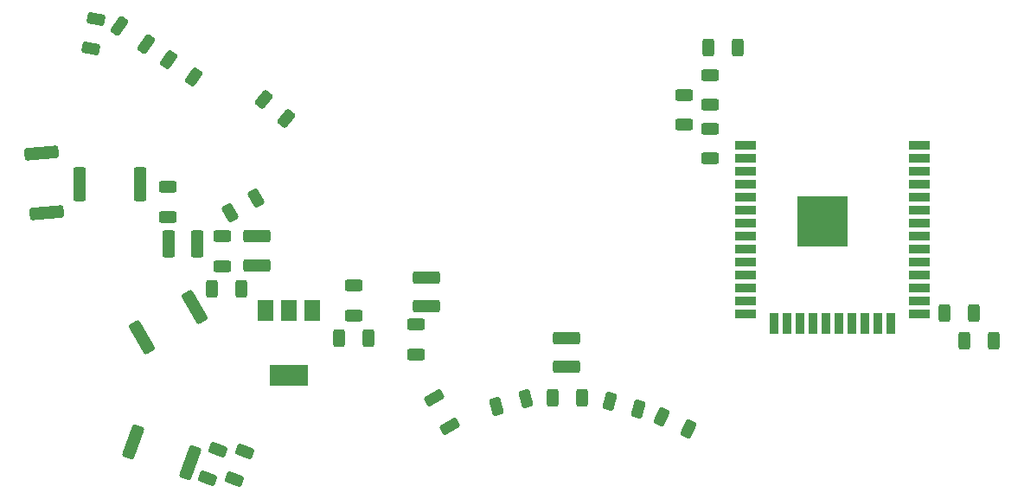
<source format=gbr>
%TF.GenerationSoftware,KiCad,Pcbnew,(6.0.1)*%
%TF.CreationDate,2022-01-29T22:41:37+01:00*%
%TF.ProjectId,AntenneCentraleDipoloStrumentato,416e7465-6e6e-4654-9365-6e7472616c65,rev?*%
%TF.SameCoordinates,Original*%
%TF.FileFunction,Paste,Top*%
%TF.FilePolarity,Positive*%
%FSLAX46Y46*%
G04 Gerber Fmt 4.6, Leading zero omitted, Abs format (unit mm)*
G04 Created by KiCad (PCBNEW (6.0.1)) date 2022-01-29 22:41:37*
%MOMM*%
%LPD*%
G01*
G04 APERTURE LIST*
G04 Aperture macros list*
%AMRoundRect*
0 Rectangle with rounded corners*
0 $1 Rounding radius*
0 $2 $3 $4 $5 $6 $7 $8 $9 X,Y pos of 4 corners*
0 Add a 4 corners polygon primitive as box body*
4,1,4,$2,$3,$4,$5,$6,$7,$8,$9,$2,$3,0*
0 Add four circle primitives for the rounded corners*
1,1,$1+$1,$2,$3*
1,1,$1+$1,$4,$5*
1,1,$1+$1,$6,$7*
1,1,$1+$1,$8,$9*
0 Add four rect primitives between the rounded corners*
20,1,$1+$1,$2,$3,$4,$5,0*
20,1,$1+$1,$4,$5,$6,$7,0*
20,1,$1+$1,$6,$7,$8,$9,0*
20,1,$1+$1,$8,$9,$2,$3,0*%
G04 Aperture macros list end*
%ADD10RoundRect,0.250000X-0.312500X-0.625000X0.312500X-0.625000X0.312500X0.625000X-0.312500X0.625000X0*%
%ADD11RoundRect,0.250000X0.547358X0.434374X-0.019085X0.698511X-0.547358X-0.434374X0.019085X-0.698511X0*%
%ADD12RoundRect,0.250000X0.641131X0.277907X0.162353X0.679649X-0.641131X-0.277907X-0.162353X-0.679649X0*%
%ADD13RoundRect,0.250000X0.625000X-0.312500X0.625000X0.312500X-0.625000X0.312500X-0.625000X-0.312500X0*%
%ADD14RoundRect,0.250000X0.743718X0.111843X0.468718X0.588157X-0.743718X-0.111843X-0.468718X-0.588157X0*%
%ADD15RoundRect,0.250000X0.312500X0.625000X-0.312500X0.625000X-0.312500X-0.625000X0.312500X-0.625000X0*%
%ADD16RoundRect,0.250000X-0.625000X0.312500X-0.625000X-0.312500X0.625000X-0.312500X0.625000X0.312500X0*%
%ADD17RoundRect,0.250000X1.451171X-0.236924X1.387983X0.485318X-1.451171X0.236924X-1.387983X-0.485318X0*%
%ADD18R,1.500000X2.000000*%
%ADD19R,3.800000X2.000000*%
%ADD20RoundRect,0.250000X-0.041867X0.697516X-0.583133X0.385016X0.041867X-0.697516X0.583133X-0.385016X0*%
%ADD21RoundRect,0.250000X0.614470X0.332727X0.102500X0.691213X-0.614470X-0.332727X-0.102500X-0.691213X0*%
%ADD22RoundRect,0.250000X0.828017X1.215080X0.146740X1.463044X-0.828017X-1.215080X-0.146740X-1.463044X0*%
%ADD23RoundRect,0.250000X-0.398566X1.415336X-1.026434X1.052836X0.398566X-1.415336X1.026434X-1.052836X0*%
%ADD24RoundRect,0.250000X0.561240X-0.416283X0.669770X0.199222X-0.561240X0.416283X-0.669770X-0.199222X0*%
%ADD25RoundRect,0.250000X0.480427X-0.507417X0.694189X0.079891X-0.480427X0.507417X-0.694189X-0.079891X0*%
%ADD26RoundRect,0.250000X0.140090X0.684585X-0.463614X0.522823X-0.140090X-0.684585X0.463614X-0.522823X0*%
%ADD27RoundRect,0.250000X0.463614X0.522823X-0.140090X0.684585X-0.463614X-0.522823X0.140090X-0.684585X0*%
%ADD28RoundRect,0.250000X-0.362500X-1.425000X0.362500X-1.425000X0.362500X1.425000X-0.362500X1.425000X0*%
%ADD29RoundRect,0.250000X1.075000X-0.375000X1.075000X0.375000X-1.075000X0.375000X-1.075000X-0.375000X0*%
%ADD30R,5.000000X5.000000*%
%ADD31R,2.000000X0.900000*%
%ADD32R,0.900000X2.000000*%
%ADD33RoundRect,0.250000X-0.375000X-1.075000X0.375000X-1.075000X0.375000X1.075000X-0.375000X1.075000X0*%
%ADD34RoundRect,0.250000X0.626770X0.415673X0.176237X0.731140X-0.626770X-0.415673X-0.176237X-0.731140X0*%
G04 APERTURE END LIST*
D10*
%TO.C,R9*%
X147762500Y-113741200D03*
X150687500Y-113741200D03*
%TD*%
D11*
%TO.C,R10*%
X161116875Y-116848479D03*
X158465925Y-115612321D03*
%TD*%
D12*
%TO.C,R5*%
X121744940Y-86436477D03*
X119504260Y-84556323D03*
%TD*%
D13*
%TO.C,C10*%
X163245800Y-82154300D03*
X163245800Y-85079300D03*
%TD*%
D14*
%TO.C,L2*%
X136169300Y-113799610D03*
X137744300Y-116527590D03*
%TD*%
D15*
%TO.C,C9*%
X163002500Y-79476600D03*
X165927500Y-79476600D03*
%TD*%
D16*
%TO.C,R8*%
X110083600Y-93127100D03*
X110083600Y-96052100D03*
%TD*%
D17*
%TO.C,R1*%
X98302199Y-95661227D03*
X97785801Y-89758773D03*
%TD*%
D18*
%TO.C,U2*%
X119670800Y-105231800D03*
D19*
X121970800Y-111531800D03*
D18*
X121970800Y-105231800D03*
X124270800Y-105231800D03*
%TD*%
D20*
%TO.C,R7*%
X118792362Y-94213950D03*
X116259238Y-95676450D03*
%TD*%
D13*
%TO.C,R13*%
X134442200Y-109514100D03*
X134442200Y-106589100D03*
%TD*%
D21*
%TO.C,C1*%
X112627810Y-82372856D03*
X110231790Y-80695144D03*
%TD*%
D15*
%TO.C,C11*%
X129783300Y-107924600D03*
X126858300Y-107924600D03*
%TD*%
D10*
%TO.C,R12*%
X190997300Y-108153200D03*
X188072300Y-108153200D03*
%TD*%
D13*
%TO.C,R6*%
X160655000Y-84110100D03*
X160655000Y-87035100D03*
%TD*%
D16*
%TO.C,C12*%
X128346200Y-102779100D03*
X128346200Y-105704100D03*
%TD*%
D22*
%TO.C,R4*%
X112334039Y-120113835D03*
X106766361Y-118087365D03*
%TD*%
D23*
%TO.C,R3*%
X112750800Y-104843150D03*
X107619600Y-107805650D03*
%TD*%
D13*
%TO.C,R11*%
X115443000Y-100878100D03*
X115443000Y-97953100D03*
%TD*%
D24*
%TO.C,C2*%
X102565240Y-79545281D03*
X103073160Y-76664719D03*
%TD*%
D25*
%TO.C,C5*%
X114028396Y-121592500D03*
X115028804Y-118843900D03*
%TD*%
D26*
%TO.C,C6*%
X145151267Y-113845277D03*
X142325933Y-114602323D03*
%TD*%
D27*
%TO.C,C7*%
X156200267Y-114881723D03*
X153374933Y-114124677D03*
%TD*%
D28*
%TO.C,R2*%
X101482300Y-92862400D03*
X107407300Y-92862400D03*
%TD*%
D29*
%TO.C,D5*%
X135407400Y-104803400D03*
X135407400Y-102003400D03*
%TD*%
D15*
%TO.C,C14*%
X189066900Y-105460800D03*
X186141900Y-105460800D03*
%TD*%
D10*
%TO.C,C8*%
X117337300Y-103073200D03*
X114412300Y-103073200D03*
%TD*%
D29*
%TO.C,D4*%
X118821200Y-100764800D03*
X118821200Y-97964800D03*
%TD*%
D30*
%TO.C,U1*%
X174209200Y-96501600D03*
D31*
X183709200Y-89001600D03*
X183709200Y-90271600D03*
X183709200Y-91541600D03*
X183709200Y-92811600D03*
X183709200Y-94081600D03*
X183709200Y-95351600D03*
X183709200Y-96621600D03*
X183709200Y-97891600D03*
X183709200Y-99161600D03*
X183709200Y-100431600D03*
X183709200Y-101701600D03*
X183709200Y-102971600D03*
X183709200Y-104241600D03*
X183709200Y-105511600D03*
D32*
X180924200Y-106511600D03*
X179654200Y-106511600D03*
X178384200Y-106511600D03*
X177114200Y-106511600D03*
X175844200Y-106511600D03*
X174574200Y-106511600D03*
X173304200Y-106511600D03*
X172034200Y-106511600D03*
X170764200Y-106511600D03*
X169494200Y-106511600D03*
D31*
X166709200Y-105511600D03*
X166709200Y-104241600D03*
X166709200Y-102971600D03*
X166709200Y-101701600D03*
X166709200Y-100431600D03*
X166709200Y-99161600D03*
X166709200Y-97891600D03*
X166709200Y-96621600D03*
X166709200Y-95351600D03*
X166709200Y-94081600D03*
X166709200Y-92811600D03*
X166709200Y-91541600D03*
X166709200Y-90271600D03*
X166709200Y-89001600D03*
%TD*%
D25*
%TO.C,C4*%
X116619196Y-121744900D03*
X117619604Y-118996300D03*
%TD*%
D33*
%TO.C,D3*%
X110207600Y-98679000D03*
X113007600Y-98679000D03*
%TD*%
D34*
%TO.C,L1*%
X107970164Y-79160783D03*
X105389836Y-77354017D03*
%TD*%
D16*
%TO.C,C13*%
X163220400Y-87412100D03*
X163220400Y-90337100D03*
%TD*%
D29*
%TO.C,D6*%
X149123400Y-110696200D03*
X149123400Y-107896200D03*
%TD*%
M02*

</source>
